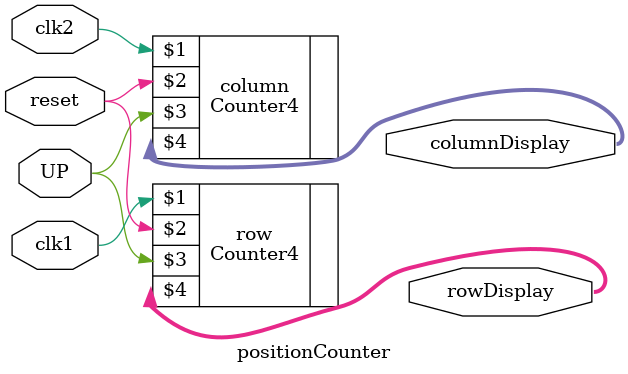
<source format=sv>
module positionCounter(input  logic 	  clk1, clk2,
					   input  logic 	  reset,
					   input  logic 	  UP,
					   output logic [6:0] rowDisplay, columnDisplay);

	Counter4    row(clk1, reset, UP, rowDisplay);
	Counter4 column(clk2, reset, UP, columnDisplay);
	
endmodule
</source>
